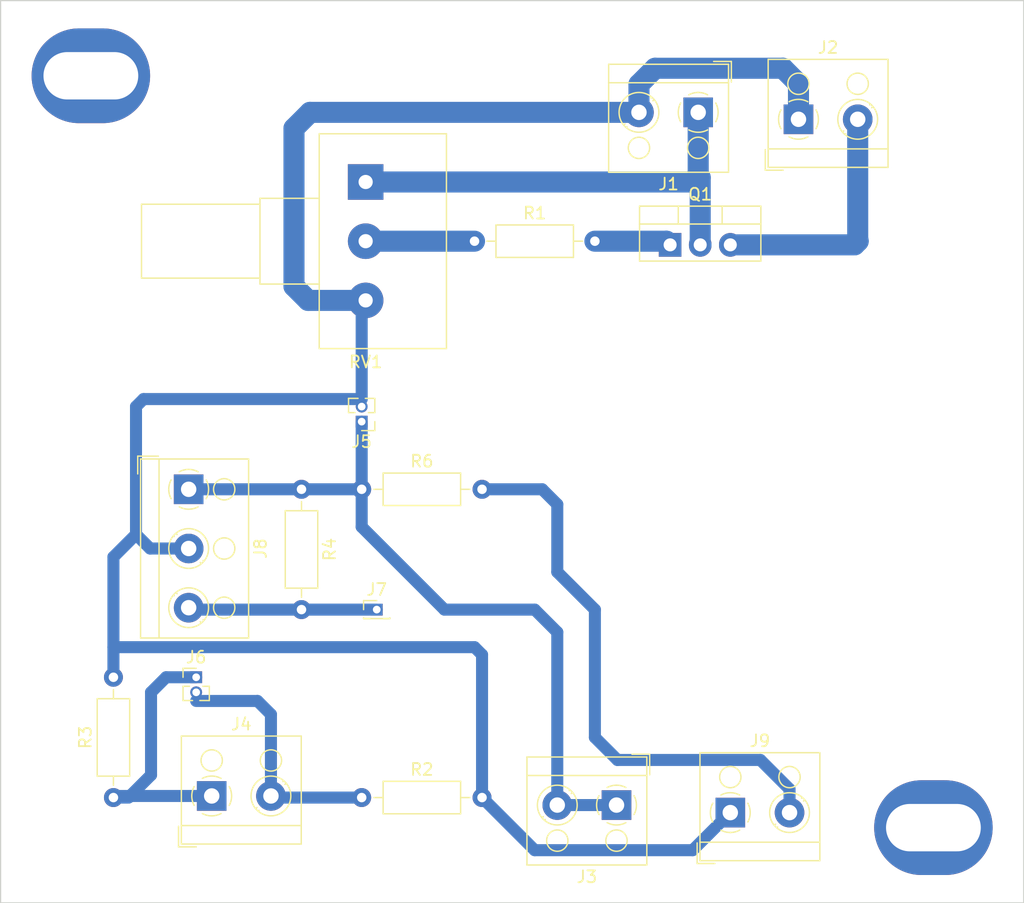
<source format=kicad_pcb>
(kicad_pcb (version 20211014) (generator pcbnew)
  (layers (0 "F.Cu" signal) (31 "B.Cu" signal) (34 "B.Paste" user) (35 "F.Paste" user) (36 "B.SilkS" user "B.Silkscreen") (37 "F.SilkS" user "F.Silkscreen") (38 "B.Mask" user) (39 "F.Mask" user) (44 "Edge.Cuts" user))
  (net 0 "")
  (net 1 "Net-(J1-Pad1)")
  (net 2 "Net-(J2-Pad2)")
  (net 3 "Net-(J6-Pad1)")
  (net 4 "Net-(J6-Pad2)")
  (net 5 "Net-(Q1-Pad1)")
  (net 6 "Net-(RV1-Pad2)")
  (net 7 "+LED")
  (net 8 "-IR")
  (net 9 "5V")
  (net 10 "A0")
  (footprint "TerminalBlock_RND:TerminalBlock_RND_205-00001_1x02_P5.00mm_Horizontal" (layer "F.Cu") (at 90 48.809 180)
    (fp_text reference "J1" (at 2.5 -6.06) (layer "F.SilkS"))
    (fp_text value "Entrada Relays")
    (fp_line (start 3.99 1.216) (end 3.931 1.274) (layer "F.SilkS") (width 0.12))
    (fp_line (start -2.8 4.3) (end -1.3 4.3) (layer "F.SilkS") (width 0.12))
    (fp_line (start -2.56 2.5) (end 7.56 2.5) (layer "F.SilkS") (width 0.12))
    (fp_line (start -2.56 4.06) (end 7.56 4.06) (layer "F.SilkS") (width 0.12))
    (fp_line (start 6.07 -1.275) (end 6.011 -1.216) (layer "F.SilkS") (width 0.12))
    (fp_line (start -2.56 -5.06) (end -2.56 4.06) (layer "F.SilkS") (width 0.12))
    (fp_line (start 3.82 0.976) (end 3.726 1.069) (layer "F.SilkS") (width 0.12))
    (fp_line (start -2.8 2.56) (end -2.8 4.3) (layer "F.SilkS") (width 0.12))
    (fp_line (start 6.275 -1.069) (end 6.181 -0.976) (layer "F.SilkS") (width 0.12))
    (fp_line (start 7.56 -5.06) (end 7.56 4.06) (layer "F.SilkS") (width 0.12))
    (fp_line (start -2.56 -5.06) (end 7.56 -5.06) (layer "F.SilkS") (width 0.12))
    (fp_arc (start -1.483953 0.789089) (mid -1.680708 0.00005) (end -1.484 -0.789) (layer "F.SilkS") (width 0.12))
    (fp_arc (start -0.789089 -1.483953) (mid -0.00005 -1.680708) (end 0.789 -1.484) (layer "F.SilkS") (width 0.12))
    (fp_arc (start 1.483953 -0.789089) (mid 1.680708 -0.00005) (end 1.484 0.789) (layer "F.SilkS") (width 0.12))
    (fp_arc (start 0.788712 1.483352) (mid 0.406429 1.630097) (end 0 1.68) (layer "F.SilkS") (width 0.12))
    (fp_arc (start 0.029383 1.68045) (mid -0.392304 1.634281) (end -0.789 1.484) (layer "F.SilkS") (width 0.12))
    (fp_circle (center 5 0) (end 6.68 0) (layer "F.SilkS") (width 0.12) (fill none))
    (fp_circle (center 5 -3) (end 5.9 -3) (layer "F.SilkS") (width 0.12) (fill none))
    (fp_circle (center 0 -3) (end 0.9 -3) (layer "F.SilkS") (width 0.12) (fill none))
    (pad "1" thru_hole rect (at 0 0 180) (size 2.5 2.5) (drill 1.3) (layers *.Cu *.Mask) (net 1 "Net-(J1-Pad1)"))
    (pad "2" thru_hole circle (at 5 0 180) (size 2.5 2.5) (drill 1.3) (layers *.Cu *.Mask) (net 8 "-IR"))
  )
  (footprint "Resistor_THT:R_Axial_DIN0207_L6.3mm_D2.5mm_P10.16mm_Horizontal" (layer "F.Cu") (at 56.515 80.645 -90)
    (fp_text reference "R4" (at 5.08 -2.37 90) (layer "F.SilkS"))
    (fp_text value "1k")
    (fp_line (start 8.35 -1.37) (end 1.81 -1.37) (layer "F.SilkS") (width 0.12))
    (fp_line (start 1.04 0) (end 1.81 0) (layer "F.SilkS") (width 0.12))
    (fp_line (start 1.81 -1.37) (end 1.81 1.37) (layer "F.SilkS") (width 0.12))
    (fp_line (start 1.81 1.37) (end 8.35 1.37) (layer "F.SilkS") (width 0.12))
    (fp_line (start 8.35 1.37) (end 8.35 -1.37) (layer "F.SilkS") (width 0.12))
    (fp_line (start 9.12 0) (end 8.35 0) (layer "F.SilkS") (width 0.12))
    (pad "1" thru_hole circle (at 0 0 270) (size 1.6 1.6) (drill 0.8) (layers *.Cu *.Mask) (net 9 "5V"))
    (pad "2" thru_hole oval (at 10.16 0 270) (size 1.6 1.6) (drill 0.8) (layers *.Cu *.Mask) (net 10 "A0"))
  )
  (footprint "TerminalBlock_RND:TerminalBlock_RND_205-00001_1x02_P5.00mm_Horizontal" (layer "F.Cu") (at 98.465 49.395)
    (fp_text reference "J2" (at 2.5 -6.06) (layer "F.SilkS"))
    (fp_text value "Saida p/ motor")
    (fp_line (start 7.56 -5.06) (end 7.56 4.06) (layer "F.SilkS") (width 0.12))
    (fp_line (start -2.56 2.5) (end 7.56 2.5) (layer "F.SilkS") (width 0.12))
    (fp_line (start 6.275 -1.069) (end 6.181 -0.976) (layer "F.SilkS") (width 0.12))
    (fp_line (start -2.8 4.3) (end -1.3 4.3) (layer "F.SilkS") (width 0.12))
    (fp_line (start -2.8 2.56) (end -2.8 4.3) (layer "F.SilkS") (width 0.12))
    (fp_line (start -2.56 4.06) (end 7.56 4.06) (layer "F.SilkS") (width 0.12))
    (fp_line (start 3.82 0.976) (end 3.726 1.069) (layer "F.SilkS") (width 0.12))
    (fp_line (start -2.56 -5.06) (end -2.56 4.06) (layer "F.SilkS") (width 0.12))
    (fp_line (start -2.56 -5.06) (end 7.56 -5.06) (layer "F.SilkS") (width 0.12))
    (fp_line (start 3.99 1.216) (end 3.931 1.274) (layer "F.SilkS") (width 0.12))
    (fp_line (start 6.07 -1.275) (end 6.011 -1.216) (layer "F.SilkS") (width 0.12))
    (fp_arc (start -1.483953 0.789089) (mid -1.680708 0.00005) (end -1.484 -0.789) (layer "F.SilkS") (width 0.12))
    (fp_arc (start 0.788712 1.483352) (mid 0.406429 1.630097) (end 0 1.68) (layer "F.SilkS") (width 0.12))
    (fp_arc (start 1.483953 -0.789089) (mid 1.680708 -0.00005) (end 1.484 0.789) (layer "F.SilkS") (width 0.12))
    (fp_arc (start 0.029383 1.68045) (mid -0.392304 1.634281) (end -0.789 1.484) (layer "F.SilkS") (width 0.12))
    (fp_arc (start -0.789089 -1.483953) (mid -0.00005 -1.680708) (end 0.789 -1.484) (layer "F.SilkS") (width 0.12))
    (fp_circle (center 5 0) (end 6.68 0) (layer "F.SilkS") (width 0.12) (fill none))
    (fp_circle (center 0 -3) (end 0.9 -3) (layer "F.SilkS") (width 0.12) (fill none))
    (fp_circle (center 5 -3) (end 5.9 -3) (layer "F.SilkS") (width 0.12) (fill none))
    (pad "1" thru_hole rect (at 0 0) (size 2.5 2.5) (drill 1.3) (layers *.Cu *.Mask) (net 8 "-IR"))
    (pad "2" thru_hole circle (at 5 0) (size 2.5 2.5) (drill 1.3) (layers *.Cu *.Mask) (net 2 "Net-(J2-Pad2)"))
  )
  (footprint "Connector_PinHeader_1.27mm:PinHeader_1x01_P1.27mm_Vertical" (layer "F.Cu") (at 62.865 90.805)
    (fp_text reference "J7" (at 0 -1.695) (layer "F.SilkS"))
    (fp_text value "Sensor p/ Arduino")
    (fp_line (start -1.11 0.76) (end -1.11 0.695) (layer "F.SilkS") (width 0.12))
    (fp_line (start -1.11 0) (end -1.11 -0.76) (layer "F.SilkS") (width 0.12))
    (fp_line (start 1.11 0.76) (end 1.11 0.695) (layer "F.SilkS") (width 0.12))
    (fp_line (start -1.11 -0.76) (end 0 -0.76) (layer "F.SilkS") (width 0.12))
    (fp_line (start -1.11 0.76) (end -0.563471 0.76) (layer "F.SilkS") (width 0.12))
    (fp_line (start -1.11 0.76) (end 1.11 0.76) (layer "F.SilkS") (width 0.12))
    (fp_line (start 0.563471 0.76) (end 1.11 0.76) (layer "F.SilkS") (width 0.12))
    (pad "1" thru_hole rect (at 0 0) (size 1 1) (drill 0.65) (layers *.Cu *.Mask) (net 10 "A0"))
  )
  (footprint "TerminalBlock_RND:TerminalBlock_RND_205-00001_1x02_P5.00mm_Horizontal" (layer "F.Cu") (at 48.935 106.545)
    (fp_text reference "J4" (at 2.5 -6.06) (layer "F.SilkS"))
    (fp_text value "Negativo switches")
    (fp_line (start -2.56 -5.06) (end -2.56 4.06) (layer "F.SilkS") (width 0.12))
    (fp_line (start -2.56 -5.06) (end 7.56 -5.06) (layer "F.SilkS") (width 0.12))
    (fp_line (start -2.56 2.5) (end 7.56 2.5) (layer "F.SilkS") (width 0.12))
    (fp_line (start 3.99 1.216) (end 3.931 1.274) (layer "F.SilkS") (width 0.12))
    (fp_line (start 6.07 -1.275) (end 6.011 -1.216) (layer "F.SilkS") (width 0.12))
    (fp_line (start -2.8 2.56) (end -2.8 4.3) (layer "F.SilkS") (width 0.12))
    (fp_line (start -2.56 4.06) (end 7.56 4.06) (layer "F.SilkS") (width 0.12))
    (fp_line (start 7.56 -5.06) (end 7.56 4.06) (layer "F.SilkS") (width 0.12))
    (fp_line (start 6.275 -1.069) (end 6.181 -0.976) (layer "F.SilkS") (width 0.12))
    (fp_line (start -2.8 4.3) (end -1.3 4.3) (layer "F.SilkS") (width 0.12))
    (fp_line (start 3.82 0.976) (end 3.726 1.069) (layer "F.SilkS") (width 0.12))
    (fp_arc (start 0.788712 1.483352) (mid 0.406429 1.630097) (end 0 1.68) (layer "F.SilkS") (width 0.12))
    (fp_arc (start -1.483953 0.789089) (mid -1.680708 0.00005) (end -1.484 -0.789) (layer "F.SilkS") (width 0.12))
    (fp_arc (start 0.029383 1.68045) (mid -0.392304 1.634281) (end -0.789 1.484) (layer "F.SilkS") (width 0.12))
    (fp_arc (start 1.483953 -0.789089) (mid 1.680708 -0.00005) (end 1.484 0.789) (layer "F.SilkS") (width 0.12))
    (fp_arc (start -0.789089 -1.483953) (mid -0.00005 -1.680708) (end 0.789 -1.484) (layer "F.SilkS") (width 0.12))
    (fp_circle (center 0 -3) (end 0.9 -3) (layer "F.SilkS") (width 0.12) (fill none))
    (fp_circle (center 5 -3) (end 5.9 -3) (layer "F.SilkS") (width 0.12) (fill none))
    (fp_circle (center 5 0) (end 6.68 0) (layer "F.SilkS") (width 0.12) (fill none))
    (pad "1" thru_hole rect (at 0 0) (size 2.5 2.5) (drill 1.3) (layers *.Cu *.Mask) (net 3 "Net-(J6-Pad1)"))
    (pad "2" thru_hole circle (at 5 0) (size 2.5 2.5) (drill 1.3) (layers *.Cu *.Mask) (net 4 "Net-(J6-Pad2)"))
  )
  (footprint "Resistor_THT:R_Axial_DIN0207_L6.3mm_D2.5mm_P10.16mm_Horizontal" (layer "F.Cu") (at 40.64 106.68 90)
    (fp_text reference "R3" (at 5.08 -2.37 90) (layer "F.SilkS"))
    (fp_text value "10k")
    (fp_line (start 1.81 -1.37) (end 1.81 1.37) (layer "F.SilkS") (width 0.12))
    (fp_line (start 1.81 1.37) (end 8.35 1.37) (layer "F.SilkS") (width 0.12))
    (fp_line (start 8.35 1.37) (end 8.35 -1.37) (layer "F.SilkS") (width 0.12))
    (fp_line (start 1.04 0) (end 1.81 0) (layer "F.SilkS") (width 0.12))
    (fp_line (start 9.12 0) (end 8.35 0) (layer "F.SilkS") (width 0.12))
    (fp_line (start 8.35 -1.37) (end 1.81 -1.37) (layer "F.SilkS") (width 0.12))
    (pad "1" thru_hole circle (at 0 0 90) (size 1.6 1.6) (drill 0.8) (layers *.Cu *.Mask) (net 3 "Net-(J6-Pad1)"))
    (pad "2" thru_hole oval (at 10.16 0 90) (size 1.6 1.6) (drill 0.8) (layers *.Cu *.Mask) (net 8 "-IR"))
  )
  (footprint "Connector_PinHeader_1.27mm:PinHeader_1x02_P1.27mm_Vertical" (layer "F.Cu") (at 47.625 96.52)
    (fp_text reference "J6" (at 0 -1.695) (layer "F.SilkS"))
    (fp_text value "Saida switches")
    (fp_line (start 0.563471 0.76) (end 1.11 0.76) (layer "F.SilkS") (width 0.12))
    (fp_line (start -1.11 -0.76) (end 0 -0.76) (layer "F.SilkS") (width 0.12))
    (fp_line (start -1.11 0) (end -1.11 -0.76) (layer "F.SilkS") (width 0.12))
    (fp_line (start -1.11 1.965) (end -0.30753 1.965) (layer "F.SilkS") (width 0.12))
    (fp_line (start 1.11 0.76) (end 1.11 1.965) (layer "F.SilkS") (width 0.12))
    (fp_line (start 0.30753 1.965) (end 1.11 1.965) (layer "F.SilkS") (width 0.12))
    (fp_line (start -1.11 0.76) (end -1.11 1.965) (layer "F.SilkS") (width 0.12))
    (fp_line (start -1.11 0.76) (end -0.563471 0.76) (layer "F.SilkS") (width 0.12))
    (pad "1" thru_hole rect (at 0 0) (size 1 1) (drill 0.65) (layers *.Cu *.Mask) (net 3 "Net-(J6-Pad1)"))
    (pad "2" thru_hole oval (at 0 1.27) (size 1 1) (drill 0.65) (layers *.Cu *.Mask) (net 4 "Net-(J6-Pad2)"))
  )
  (footprint "TerminalBlock_RND:TerminalBlock_RND_205-00001_1x02_P5.00mm_Horizontal" (layer "F.Cu") (at 83.105 107.315 180)
    (fp_text reference "J3" (at 2.5 -6.06) (layer "F.SilkS"))
    (fp_text value "Positivo switches")
    (fp_line (start -2.56 -5.06) (end -2.56 4.06) (layer "F.SilkS") (width 0.12))
    (fp_line (start -2.8 4.3) (end -1.3 4.3) (layer "F.SilkS") (width 0.12))
    (fp_line (start -2.56 2.5) (end 7.56 2.5) (layer "F.SilkS") (width 0.12))
    (fp_line (start 3.99 1.216) (end 3.931 1.274) (layer "F.SilkS") (width 0.12))
    (fp_line (start -2.56 -5.06) (end 7.56 -5.06) (layer "F.SilkS") (width 0.12))
    (fp_line (start -2.8 2.56) (end -2.8 4.3) (layer "F.SilkS") (width 0.12))
    (fp_line (start -2.56 4.06) (end 7.56 4.06) (layer "F.SilkS") (width 0.12))
    (fp_line (start 7.56 -5.06) (end 7.56 4.06) (layer "F.SilkS") (width 0.12))
    (fp_line (start 3.82 0.976) (end 3.726 1.069) (layer "F.SilkS") (width 0.12))
    (fp_line (start 6.275 -1.069) (end 6.181 -0.976) (layer "F.SilkS") (width 0.12))
    (fp_line (start 6.07 -1.275) (end 6.011 -1.216) (layer "F.SilkS") (width 0.12))
    (fp_arc (start -0.789089 -1.483953) (mid -0.00005 -1.680708) (end 0.789 -1.484) (layer "F.SilkS") (width 0.12))
    (fp_arc (start 0.029383 1.68045) (mid -0.392304 1.634281) (end -0.789 1.484) (layer "F.SilkS") (width 0.12))
    (fp_arc (start 1.483953 -0.789089) (mid 1.680708 -0.00005) (end 1.484 0.789) (layer "F.SilkS") (width 0.12))
    (fp_arc (start 0.788712 1.483352) (mid 0.406429 1.630097) (end 0 1.68) (layer "F.SilkS") (width 0.12))
    (fp_arc (start -1.483953 0.789089) (mid -1.680708 0.00005) (end -1.484 -0.789) (layer "F.SilkS") (width 0.12))
    (fp_circle (center 0 -3) (end 0.9 -3) (layer "F.SilkS") (width 0.12) (fill none))
    (fp_circle (center 5 0) (end 6.68 0) (layer "F.SilkS") (width 0.12) (fill none))
    (fp_circle (center 5 -3) (end 5.9 -3) (layer "F.SilkS") (width 0.12) (fill none))
    (pad "1" thru_hole rect (at 0 0 180) (size 2.5 2.5) (drill 1.3) (layers *.Cu *.Mask) (net 9 "5V"))
    (pad "2" thru_hole circle (at 5 0 180) (size 2.5 2.5) (drill 1.3) (layers *.Cu *.Mask) (net 9 "5V"))
  )
  (footprint "Resistor_THT:R_Axial_DIN0207_L6.3mm_D2.5mm_P10.16mm_Horizontal" (layer "F.Cu") (at 61.595 106.68)
    (fp_text reference "R2" (at 5.08 -2.37) (layer "F.SilkS"))
    (fp_text value "10k")
    (fp_line (start 8.35 -1.37) (end 1.81 -1.37) (layer "F.SilkS") (width 0.12))
    (fp_line (start 9.12 0) (end 8.35 0) (layer "F.SilkS") (width 0.12))
    (fp_line (start 1.04 0) (end 1.81 0) (layer "F.SilkS") (width 0.12))
    (fp_line (start 8.35 1.37) (end 8.35 -1.37) (layer "F.SilkS") (width 0.12))
    (fp_line (start 1.81 1.37) (end 8.35 1.37) (layer "F.SilkS") (width 0.12))
    (fp_line (start 1.81 -1.37) (end 1.81 1.37) (layer "F.SilkS") (width 0.12))
    (pad "1" thru_hole circle (at 0 0) (size 1.6 1.6) (drill 0.8) (layers *.Cu *.Mask) (net 4 "Net-(J6-Pad2)"))
    (pad "2" thru_hole oval (at 10.16 0) (size 1.6 1.6) (drill 0.8) (layers *.Cu *.Mask) (net 8 "-IR"))
  )
  (footprint "TerminalBlock_RND:TerminalBlock_RND_205-00001_1x02_P5.00mm_Horizontal" (layer "F.Cu") (at 92.71 107.95)
    (fp_text reference "J9" (at 2.5 -6.06) (layer "F.SilkS"))
    (fp_text value "LED IR")
    (fp_line (start 3.99 1.216) (end 3.931 1.274) (layer "F.SilkS") (width 0.12))
    (fp_line (start 7.56 -5.06) (end 7.56 4.06) (layer "F.SilkS") (width 0.12))
    (fp_line (start 6.07 -1.275) (end 6.011 -1.216) (layer "F.SilkS") (width 0.12))
    (fp_line (start 6.275 -1.069) (end 6.181 -0.976) (layer "F.SilkS") (width 0.12))
    (fp_line (start -2.56 4.06) (end 7.56 4.06) (layer "F.SilkS") (width 0.12))
    (fp_line (start -2.56 -5.06) (end -2.56 4.06) (layer "F.SilkS") (width 0.12))
    (fp_line (start -2.8 2.56) (end -2.8 4.3) (layer "F.SilkS") (width 0.12))
    (fp_line (start -2.8 4.3) (end -1.3 4.3) (layer "F.SilkS") (width 0.12))
    (fp_line (start -2.56 -5.06) (end 7.56 -5.06) (layer "F.SilkS") (width 0.12))
    (fp_line (start -2.56 2.5) (end 7.56 2.5) (layer "F.SilkS") (width 0.12))
    (fp_line (start 3.82 0.976) (end 3.726 1.069) (layer "F.SilkS") (width 0.12))
    (fp_arc (start -1.483953 0.789089) (mid -1.680708 0.00005) (end -1.484 -0.789) (layer "F.SilkS") (width 0.12))
    (fp_arc (start 0.788712 1.483352) (mid 0.406429 1.630097) (end 0 1.68) (layer "F.SilkS") (width 0.12))
    (fp_arc (start 1.483953 -0.789089) (mid 1.680708 -0.00005) (end 1.484 0.789) (layer "F.SilkS") (width 0.12))
    (fp_arc (start -0.789089 -1.483953) (mid -0.00005 -1.680708) (end 0.789 -1.484) (layer "F.SilkS") (width 0.12))
    (fp_arc (start 0.029383 1.68045) (mid -0.392304 1.634281) (end -0.789 1.484) (layer "F.SilkS") (width 0.12))
    (fp_circle (center 0 -3) (end 0.9 -3) (layer "F.SilkS") (width 0.12) (fill none))
    (fp_circle (center 5 0) (end 6.68 0) (layer "F.SilkS") (width 0.12) (fill none))
    (fp_circle (center 5 -3) (end 5.9 -3) (layer "F.SilkS") (width 0.12) (fill none))
    (pad "1" thru_hole rect (at 0 0) (size 2.5 2.5) (drill 1.3) (layers *.Cu *.Mask) (net 8 "-IR"))
    (pad "2" thru_hole circle (at 5 0) (size 2.5 2.5) (drill 1.3) (layers *.Cu *.Mask) (net 7 "+LED"))
  )
  (footprint "" (layer "F.Cu") (at 38.735 45.72)
    (fp_text reference "" (at 0 0) (layer "F.SilkS") (effects (font (size 1.27 1.27))))
    (fp_text value "" (at 0 0) (layer "F.SilkS") (effects (font (size 1.27 1.27))))
    (pad "1" thru_hole oval (at 0 0 180) (size 10 8) (drill oval 8 4) (layers *.Cu *.Mask))
  )
  (footprint "Resistor_THT:R_Axial_DIN0207_L6.3mm_D2.5mm_P10.16mm_Horizontal" (layer "F.Cu") (at 71.12 59.69)
    (fp_text reference "R1" (at 5.08 -2.37) (layer "F.SilkS"))
    (fp_text value "10k")
    (fp_line (start 9.12 0) (end 8.35 0) (layer "F.SilkS") (width 0.12))
    (fp_line (start 1.81 -1.37) (end 1.81 1.37) (layer "F.SilkS") (width 0.12))
    (fp_line (start 8.35 -1.37) (end 1.81 -1.37) (layer "F.SilkS") (width 0.12))
    (fp_line (start 1.04 0) (end 1.81 0) (layer "F.SilkS") (width 0.12))
    (fp_line (start 1.81 1.37) (end 8.35 1.37) (layer "F.SilkS") (width 0.12))
    (fp_line (start 8.35 1.37) (end 8.35 -1.37) (layer "F.SilkS") (width 0.12))
    (pad "1" thru_hole circle (at 0 0) (size 1.6 1.6) (drill 0.8) (layers *.Cu *.Mask) (net 6 "Net-(RV1-Pad2)"))
    (pad "2" thru_hole oval (at 10.16 0) (size 1.6 1.6) (drill 0.8) (layers *.Cu *.Mask) (net 5 "Net-(Q1-Pad1)"))
  )
  (footprint "TerminalBlock_RND:TerminalBlock_RND_205-00002_1x03_P5.00mm_Horizontal" (layer "F.Cu") (at 46.99 80.645 -90)
    (fp_text reference "J8" (at 5 -6.06 90) (layer "F.SilkS"))
    (fp_text value "Entrada Sensor IR")
    (fp_line (start 12.56 -5.06) (end 12.56 4.06) (layer "F.SilkS") (width 0.12))
    (fp_line (start 6.275 -1.069) (end 6.181 -0.976) (layer "F.SilkS") (width 0.12))
    (fp_line (start 11.07 -1.275) (end 11.011 -1.216) (layer "F.SilkS") (width 0.12))
    (fp_line (start -2.56 -5.06) (end -2.56 4.06) (layer "F.SilkS") (width 0.12))
    (fp_line (start -2.56 4.06) (end 12.56 4.06) (layer "F.SilkS") (width 0.12))
    (fp_line (start 8.99 1.216) (end 8.931 1.274) (layer "F.SilkS") (width 0.12))
    (fp_line (start 6.07 -1.275) (end 6.011 -1.216) (layer "F.SilkS") (width 0.12))
    (fp_line (start 3.82 0.976) (end 3.726 1.069) (layer "F.SilkS") (width 0.12))
    (fp_line (start 11.275 -1.069) (end 11.181 -0.976) (layer "F.SilkS") (width 0.12))
    (fp_line (start 8.82 0.976) (end 8.726 1.069) (layer "F.SilkS") (width 0.12))
    (fp_line (start -2.8 2.56) (end -2.8 4.3) (layer "F.SilkS") (width 0.12))
    (fp_line (start -2.56 2.5) (end 12.56 2.5) (layer "F.SilkS") (width 0.12))
    (fp_line (start -2.8 4.3) (end -1.3 4.3) (layer "F.SilkS") (width 0.12))
    (fp_line (start 3.99 1.216) (end 3.931 1.274) (layer "F.SilkS") (width 0.12))
    (fp_line (start -2.56 -5.06) (end 12.56 -5.06) (layer "F.SilkS") (width 0.12))
    (fp_arc (start 1.483953 -0.789089) (mid 1.680708 -0.00005) (end 1.484 0.789) (layer "F.SilkS") (width 0.12))
    (fp_arc (start 0.029383 1.68045) (mid -0.392304 1.634281) (end -0.789 1.484) (layer "F.SilkS") (width 0.12))
    (fp_arc (start -0.789089 -1.483953) (mid -0.00005 -1.680708) (end 0.789 -1.484) (layer "F.SilkS") (width 0.12))
    (fp_arc (start -1.483953 0.789089) (mid -1.680708 0.00005) (end -1.484 -0.789) (layer "F.SilkS") (width 0.12))
    (fp_arc (start 0.788712 1.483352) (mid 0.406429 1.630097) (end 0 1.68) (layer "F.SilkS") (width 0.12))
    (fp_circle (center 10 0) (end 11.68 0) (layer "F.SilkS") (width 0.12) (fill none))
    (fp_circle (center 0 -3) (end 0.9 -3) (layer "F.SilkS") (width 0.12) (fill none))
    (fp_circle (center 10 -3) (end 10.9 -3) (layer "F.SilkS") (width 0.12) (fill none))
    (fp_circle (center 5 0) (end 6.68 0) (layer "F.SilkS") (width 0.12) (fill none))
    (fp_circle (center 5 -3) (end 5.9 -3) (layer "F.SilkS") (width 0.12) (fill none))
    (pad "1" thru_hole rect (at 0 0 270) (size 2.5 2.5) (drill 1.3) (layers *.Cu *.Mask) (net 9 "5V"))
    (pad "2" thru_hole circle (at 5 0 270) (size 2.5 2.5) (drill 1.3) (layers *.Cu *.Mask) (net 8 "-IR"))
    (pad "3" thru_hole circle (at 10 0 270) (size 2.5 2.5) (drill 1.3) (layers *.Cu *.Mask) (net 10 "A0"))
  )
  (footprint "" (layer "F.Cu") (at 109.855 109.22)
    (fp_text reference "" (at 0 0) (layer "F.SilkS") (effects (font (size 1.27 1.27))))
    (fp_text value "" (at 0 0) (layer "F.SilkS") (effects (font (size 1.27 1.27))))
    (pad "1" thru_hole oval (at 0 0 180) (size 10 8) (drill oval 8 4) (layers F&B.Cu *.Mask))
  )
  (footprint "Connector_PinHeader_1.27mm:PinHeader_1x02_P1.27mm_Vertical" (layer "F.Cu") (at 61.595 74.93 180)
    (fp_text reference "J5" (at 0 -1.695 180) (layer "F.SilkS"))
    (fp_text value "Energia Arduino")
    (fp_line (start 0.563471 0.76) (end 1.11 0.76) (layer "F.SilkS") (width 0.12))
    (fp_line (start 0.30753 1.965) (end 1.11 1.965) (layer "F.SilkS") (width 0.12))
    (fp_line (start -1.11 0) (end -1.11 -0.76) (layer "F.SilkS") (width 0.12))
    (fp_line (start -1.11 1.965) (end -0.30753 1.965) (layer "F.SilkS") (width 0.12))
    (fp_line (start 1.11 0.76) (end 1.11 1.965) (layer "F.SilkS") (width 0.12))
    (fp_line (start -1.11 0.76) (end -0.563471 0.76) (layer "F.SilkS") (width 0.12))
    (fp_line (start -1.11 -0.76) (end 0 -0.76) (layer "F.SilkS") (width 0.12))
    (fp_line (start -1.11 0.76) (end -1.11 1.965) (layer "F.SilkS") (width 0.12))
    (pad "1" thru_hole rect (at 0 0 180) (size 1 1) (drill 0.65) (layers *.Cu *.Mask) (net 9 "5V"))
    (pad "2" thru_hole oval (at 0 1.27 180) (size 1 1) (drill 0.65) (layers *.Cu *.Mask) (net 8 "-IR"))
  )
  (footprint "Potentiometer_THT:Potentiometer_Alps_RK163_Single_Horizontal" (layer "F.Cu") (at 61.93 54.69)
    (fp_text reference "RV1" (at 0 15.2 180) (layer "F.SilkS"))
    (fp_text value "Potentiometer")
    (fp_line (start -8.92 8.12) (end -18.92 8.12) (layer "F.SilkS") (width 0.12))
    (fp_line (start -8.92 8.62) (end -8.92 1.38) (layer "F.SilkS") (width 0.12))
    (fp_line (start -3.92 8.62) (end -8.92 8.62) (layer "F.SilkS") (width 0.12))
    (fp_line (start 6.82 14.07) (end -3.92 14.07) (layer "F.SilkS") (width 0.12))
    (fp_line (start 6.82 -4.07) (end -3.92 -4.07) (layer "F.SilkS") (width 0.12))
    (fp_line (start -18.92 8.12) (end -18.92 1.88) (layer "F.SilkS") (width 0.12))
    (fp_line (start -3.92 1.38) (end -8.92 1.38) (layer "F.SilkS") (width 0.12))
    (fp_line (start -3.92 14.07) (end -3.92 -4.07) (layer "F.SilkS") (width 0.12))
    (fp_line (start -8.92 1.88) (end -18.92 1.88) (layer "F.SilkS") (width 0.12))
    (fp_line (start 6.82 14.07) (end 6.82 -4.07) (layer "F.SilkS") (width 0.12))
    (pad "1" thru_hole rect (at 0 0 180) (size 3 3) (drill 1.2) (layers *.Cu *.Mask) (net 1 "Net-(J1-Pad1)"))
    (pad "2" thru_hole circle (at 0 5 180) (size 3 3) (drill 1.2) (layers *.Cu *.Mask) (net 6 "Net-(RV1-Pad2)"))
    (pad "3" thru_hole circle (at 0 10 180) (size 3 3) (drill 1.2) (layers *.Cu *.Mask) (net 8 "-IR"))
  )
  (footprint "Package_TO_SOT_THT:TO-220-3_Vertical" (layer "F.Cu") (at 87.63 60)
    (fp_text reference "Q1" (at 2.54 -4.27) (layer "F.SilkS"))
    (fp_text value "TIP122")
    (fp_line (start 0.69 -3.27) (end 0.69 -1.76) (layer "F.SilkS") (width 0.12))
    (fp_line (start -2.58 -3.27) (end -2.58 1.371) (layer "F.SilkS") (width 0.12))
    (fp_line (start 7.66 -3.27) (end 7.66 1.371) (layer "F.SilkS") (width 0.12))
    (fp_line (start -2.58 -3.27) (end 7.66 -3.27) (layer "F.SilkS") (width 0.12))
    (fp_line (start 4.391 -3.27) (end 4.391 -1.76) (layer "F.SilkS") (width 0.12))
    (fp_line (start -2.58 -1.76) (end 7.66 -1.76) (layer "F.SilkS") (width 0.12))
    (fp_line (start -2.58 1.371) (end 7.66 1.371) (layer "F.SilkS") (width 0.12))
    (pad "1" thru_hole rect (at 0 0) (size 1.905 2) (drill 1.1) (layers *.Cu *.Mask) (net 5 "Net-(Q1-Pad1)"))
    (pad "2" thru_hole oval (at 2.54 0) (size 1.905 2) (drill 1.1) (layers *.Cu *.Mask) (net 1 "Net-(J1-Pad1)"))
    (pad "3" thru_hole oval (at 5.08 0) (size 1.905 2) (drill 1.1) (layers *.Cu *.Mask) (net 2 "Net-(J2-Pad2)"))
  )
  (footprint "Resistor_THT:R_Axial_DIN0207_L6.3mm_D2.5mm_P10.16mm_Horizontal" (layer "F.Cu") (at 61.595 80.645)
    (fp_text reference "R6" (at 5.08 -2.37) (layer "F.SilkS"))
    (fp_text value "39")
    (fp_line (start 8.35 -1.37) (end 1.81 -1.37) (layer "F.SilkS") (width 0.12))
    (fp_line (start 1.81 -1.37) (end 1.81 1.37) (layer "F.SilkS") (width 0.12))
    (fp_line (start 8.35 1.37) (end 8.35 -1.37) (layer "F.SilkS") (width 0.12))
    (fp_line (start 1.04 0) (end 1.81 0) (layer "F.SilkS") (width 0.12))
    (fp_line (start 9.12 0) (end 8.35 0) (layer "F.SilkS") (width 0.12))
    (fp_line (start 1.81 1.37) (end 8.35 1.37) (layer "F.SilkS") (width 0.12))
    (pad "1" thru_hole circle (at 0 0) (size 1.6 1.6) (drill 0.8) (layers *.Cu *.Mask) (net 9 "5V"))
    (pad "2" thru_hole oval (at 10.16 0) (size 1.6 1.6) (drill 0.8) (layers *.Cu *.Mask) (net 7 "+LED"))
  )
  (gr_rect (start 117.475 39.37) (end 31.115 115.57) (layer "Edge.Cuts") (width 0.1) (fill none))
  (segment (start 90 54.145) (end 90 48.809) (width 1.778) (layer "B.Cu") (net 1))
  (segment (start 90.17 60) (end 90.17 54.315) (width 1.778) (layer "B.Cu") (net 1))
  (segment (start 90.17 54.315) (end 90 54.145) (width 1.778) (layer "B.Cu") (net 1))
  (segment (start 89.455 54.69) (end 90 54.145) (width 1.778) (layer "B.Cu") (net 1))
  (segment (start 61.93 54.69) (end 89.455 54.69) (width 1.778) (layer "B.Cu") (net 1))
  (segment (start 103.465 59.65) (end 103.465 49.395) (width 1.778) (layer "B.Cu") (net 2))
  (segment (start 92.71 60) (end 103.195 60) (width 1.778) (layer "B.Cu") (net 2))
  (segment (start 103.195 60) (end 103.505 59.69) (width 1.778) (layer "B.Cu") (net 2))
  (segment (start 103.505 59.69) (end 103.465 59.65) (width 1.778) (layer "B.Cu") (net 2))
  (segment (start 43.815 97.79) (end 43.815 104.775) (width 1.016) (layer "B.Cu") (net 3))
  (segment (start 47.625 96.52) (end 45.085 96.52) (width 1.016) (layer "B.Cu") (net 3))
  (segment (start 40.775 106.545) (end 40.64 106.68) (width 1.016) (layer "B.Cu") (net 3))
  (segment (start 43.815 104.775) (end 41.91 106.68) (width 1.016) (layer "B.Cu") (net 3))
  (segment (start 41.91 106.68) (end 40.64 106.68) (width 1.016) (layer "B.Cu") (net 3))
  (segment (start 48.935 106.545) (end 40.775 106.545) (width 1.016) (layer "B.Cu") (net 3))
  (segment (start 45.085 96.52) (end 43.815 97.79) (width 1.016) (layer "B.Cu") (net 3))
  (segment (start 52.8 98.52) (end 53.935 99.655) (width 1.016) (layer "B.Cu") (net 4))
  (segment (start 53.935 99.655) (end 53.935 106.545) (width 1.016) (layer "B.Cu") (net 4))
  (segment (start 54.07 106.68) (end 53.935 106.545) (width 1.016) (layer "B.Cu") (net 4))
  (segment (start 61.595 106.68) (end 54.07 106.68) (width 1.016) (layer "B.Cu") (net 4))
  (segment (start 47.625 98.52) (end 52.8 98.52) (width 1.016) (layer "B.Cu") (net 4))
  (segment (start 81.28 59.69) (end 87.32 59.69) (width 1.778) (layer "B.Cu") (net 5))
  (segment (start 87.32 59.69) (end 87.63 60) (width 1.778) (layer "B.Cu") (net 5))
  (segment (start 61.93 59.69) (end 71.12 59.69) (width 1.778) (layer "B.Cu") (net 6))
  (segment (start 76.835 80.645) (end 71.755 80.645) (width 1.016) (layer "B.Cu") (net 7))
  (segment (start 81.28 101.6) (end 81.28 90.805) (width 1.016) (layer "B.Cu") (net 7))
  (segment (start 95.25 103.505) (end 83.185 103.505) (width 1.016) (layer "B.Cu") (net 7))
  (segment (start 97.71 105.965) (end 95.25 103.505) (width 1.016) (layer "B.Cu") (net 7))
  (segment (start 78.105 87.63) (end 78.105 81.915) (width 1.016) (layer "B.Cu") (net 7))
  (segment (start 81.28 90.805) (end 78.105 87.63) (width 1.016) (layer "B.Cu") (net 7))
  (segment (start 83.185 103.505) (end 81.28 101.6) (width 1.016) (layer "B.Cu") (net 7))
  (segment (start 78.105 81.915) (end 76.835 80.645) (width 1.016) (layer "B.Cu") (net 7))
  (segment (start 97.71 107.95) (end 97.71 105.965) (width 1.016) (layer "B.Cu") (net 7))
  (segment (start 61.595 65.025) (end 61.93 64.69) (width 1.016) (layer "B.Cu") (net 8))
  (segment (start 57.07 64.69) (end 61.93 64.69) (width 1.778) (layer "B.Cu") (net 8))
  (segment (start 55.88 63.5) (end 57.07 64.69) (width 1.778) (layer "B.Cu") (net 8))
  (segment (start 55.88 50.165) (end 55.88 63.5) (width 1.778) (layer "B.Cu") (net 8))
  (segment (start 40.64 93.98) (end 40.64 86.36) (width 1.016) (layer "B.Cu") (net 8))
  (segment (start 71.12 93.98) (end 40.64 93.98) (width 1.016) (layer "B.Cu") (net 8))
  (segment (start 61.595 73.025) (end 43.18 73.025) (width 1.016) (layer "B.Cu") (net 8))
  (segment (start 42.545 84.455) (end 43.735 85.645) (width 1.016) (layer "B.Cu") (net 8))
  (segment (start 97.155 45.085) (end 98.465 46.395) (width 1.778) (layer "B.Cu") (net 8))
  (segment (start 71.755 94.615) (end 71.12 93.98) (width 1.016) (layer "B.Cu") (net 8))
  (segment (start 71.755 106.68) (end 76.2 111.125) (width 1.016) (layer "B.Cu") (net 8))
  (segment (start 42.545 73.66) (end 42.545 84.455) (width 1.016) (layer "B.Cu") (net 8))
  (segment (start 71.755 106.68) (end 71.755 94.615) (width 1.016) (layer "B.Cu") (net 8))
  (segment (start 43.18 73.025) (end 42.545 73.66) (width 1.016) (layer "B.Cu") (net 8))
  (segment (start 40.64 96.52) (end 40.64 93.98) (width 1.016) (layer "B.Cu") (net 8))
  (segment (start 89.535 111.125) (end 92.71 107.95) (width 1.016) (layer "B.Cu") (net 8))
  (segment (start 85 48.809) (end 85 46.445) (width 1.778) (layer "B.Cu") (net 8))
  (segment (start 43.735 85.645) (end 46.99 85.645) (width 1.016) (layer "B.Cu") (net 8))
  (segment (start 76.2 111.125) (end 89.535 111.125) (width 1.016) (layer "B.Cu") (net 8))
  (segment (start 40.64 86.36) (end 42.545 84.455) (width 1.016) (layer "B.Cu") (net 8))
  (segment (start 98.465 46.395) (end 98.465 49.395) (width 1.778) (layer "B.Cu") (net 8))
  (segment (start 85 46.445) (end 86.36 45.085) (width 1.778) (layer "B.Cu") (net 8))
  (segment (start 85 48.809) (end 57.236 48.809) (width 1.778) (layer "B.Cu") (net 8))
  (segment (start 57.236 48.809) (end 55.88 50.165) (width 1.778) (layer "B.Cu") (net 8))
  (segment (start 61.595 73.025) (end 61.595 65.025) (width 1.016) (layer "B.Cu") (net 8))
  (segment (start 86.36 45.085) (end 97.155 45.085) (width 1.778) (layer "B.Cu") (net 8))
  (segment (start 76.2 90.805) (end 68.58 90.805) (width 1.016) (layer "B.Cu") (net 9))
  (segment (start 61.595 74.93) (end 61.595 80.645) (width 1.016) (layer "B.Cu") (net 9))
  (segment (start 61.595 83.82) (end 61.595 80.645) (width 1.016) (layer "B.Cu") (net 9))
  (segment (start 46.99 80.645) (end 56.515 80.645) (width 1.016) (layer "B.Cu") (net 9))
  (segment (start 78.105 107.315) (end 78.105 92.71) (width 1.016) (layer "B.Cu") (net 9))
  (segment (start 68.58 90.805) (end 61.595 83.82) (width 1.016) (layer "B.Cu") (net 9))
  (segment (start 56.515 80.645) (end 61.595 80.645) (width 1.016) (layer "B.Cu") (net 9))
  (segment (start 78.105 92.71) (end 76.2 90.805) (width 1.016) (layer "B.Cu") (net 9))
  (segment (start 78.105 107.315) (end 83.105 107.315) (width 1.016) (layer "B.Cu") (net 9))
  (segment (start 56.515 90.805) (end 62.865 90.805) (width 1.016) (layer "B.Cu") (net 10))
  (segment (start 56.515 90.805) (end 47.15 90.805) (width 1.016) (layer "B.Cu") (net 10))
  (segment (start 47.15 90.805) (end 46.99 90.645) (width 1.016) (layer "B.Cu") (net 10))
)
</source>
